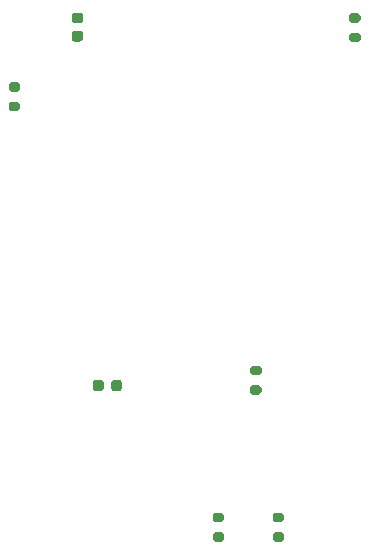
<source format=gbr>
%TF.GenerationSoftware,KiCad,Pcbnew,(5.1.10)-1*%
%TF.CreationDate,2022-12-01T07:09:03-06:00*%
%TF.ProjectId,perovskite_routing_board,7065726f-7673-46b6-9974-655f726f7574,A*%
%TF.SameCoordinates,Original*%
%TF.FileFunction,Paste,Top*%
%TF.FilePolarity,Positive*%
%FSLAX46Y46*%
G04 Gerber Fmt 4.6, Leading zero omitted, Abs format (unit mm)*
G04 Created by KiCad (PCBNEW (5.1.10)-1) date 2022-12-01 07:09:03*
%MOMM*%
%LPD*%
G01*
G04 APERTURE LIST*
G04 APERTURE END LIST*
%TO.C,C2*%
G36*
G01*
X144403000Y-79382500D02*
X144903000Y-79382500D01*
G75*
G02*
X145128000Y-79607500I0J-225000D01*
G01*
X145128000Y-80057500D01*
G75*
G02*
X144903000Y-80282500I-225000J0D01*
G01*
X144403000Y-80282500D01*
G75*
G02*
X144178000Y-80057500I0J225000D01*
G01*
X144178000Y-79607500D01*
G75*
G02*
X144403000Y-79382500I225000J0D01*
G01*
G37*
G36*
G01*
X144403000Y-77832500D02*
X144903000Y-77832500D01*
G75*
G02*
X145128000Y-78057500I0J-225000D01*
G01*
X145128000Y-78507500D01*
G75*
G02*
X144903000Y-78732500I-225000J0D01*
G01*
X144403000Y-78732500D01*
G75*
G02*
X144178000Y-78507500I0J225000D01*
G01*
X144178000Y-78057500D01*
G75*
G02*
X144403000Y-77832500I225000J0D01*
G01*
G37*
%TD*%
%TO.C,C1*%
G36*
G01*
X147518000Y-109660500D02*
X147518000Y-109160500D01*
G75*
G02*
X147743000Y-108935500I225000J0D01*
G01*
X148193000Y-108935500D01*
G75*
G02*
X148418000Y-109160500I0J-225000D01*
G01*
X148418000Y-109660500D01*
G75*
G02*
X148193000Y-109885500I-225000J0D01*
G01*
X147743000Y-109885500D01*
G75*
G02*
X147518000Y-109660500I0J225000D01*
G01*
G37*
G36*
G01*
X145968000Y-109660500D02*
X145968000Y-109160500D01*
G75*
G02*
X146193000Y-108935500I225000J0D01*
G01*
X146643000Y-108935500D01*
G75*
G02*
X146868000Y-109160500I0J-225000D01*
G01*
X146868000Y-109660500D01*
G75*
G02*
X146643000Y-109885500I-225000J0D01*
G01*
X146193000Y-109885500D01*
G75*
G02*
X145968000Y-109660500I0J225000D01*
G01*
G37*
%TD*%
%TO.C,R5*%
G36*
G01*
X160041000Y-108541000D02*
X159491000Y-108541000D01*
G75*
G02*
X159291000Y-108341000I0J200000D01*
G01*
X159291000Y-107941000D01*
G75*
G02*
X159491000Y-107741000I200000J0D01*
G01*
X160041000Y-107741000D01*
G75*
G02*
X160241000Y-107941000I0J-200000D01*
G01*
X160241000Y-108341000D01*
G75*
G02*
X160041000Y-108541000I-200000J0D01*
G01*
G37*
G36*
G01*
X160041000Y-110191000D02*
X159491000Y-110191000D01*
G75*
G02*
X159291000Y-109991000I0J200000D01*
G01*
X159291000Y-109591000D01*
G75*
G02*
X159491000Y-109391000I200000J0D01*
G01*
X160041000Y-109391000D01*
G75*
G02*
X160241000Y-109591000I0J-200000D01*
G01*
X160241000Y-109991000D01*
G75*
G02*
X160041000Y-110191000I-200000J0D01*
G01*
G37*
%TD*%
%TO.C,R4*%
G36*
G01*
X139594000Y-84538000D02*
X139044000Y-84538000D01*
G75*
G02*
X138844000Y-84338000I0J200000D01*
G01*
X138844000Y-83938000D01*
G75*
G02*
X139044000Y-83738000I200000J0D01*
G01*
X139594000Y-83738000D01*
G75*
G02*
X139794000Y-83938000I0J-200000D01*
G01*
X139794000Y-84338000D01*
G75*
G02*
X139594000Y-84538000I-200000J0D01*
G01*
G37*
G36*
G01*
X139594000Y-86188000D02*
X139044000Y-86188000D01*
G75*
G02*
X138844000Y-85988000I0J200000D01*
G01*
X138844000Y-85588000D01*
G75*
G02*
X139044000Y-85388000I200000J0D01*
G01*
X139594000Y-85388000D01*
G75*
G02*
X139794000Y-85588000I0J-200000D01*
G01*
X139794000Y-85988000D01*
G75*
G02*
X139594000Y-86188000I-200000J0D01*
G01*
G37*
%TD*%
%TO.C,R3*%
G36*
G01*
X168423000Y-78696000D02*
X167873000Y-78696000D01*
G75*
G02*
X167673000Y-78496000I0J200000D01*
G01*
X167673000Y-78096000D01*
G75*
G02*
X167873000Y-77896000I200000J0D01*
G01*
X168423000Y-77896000D01*
G75*
G02*
X168623000Y-78096000I0J-200000D01*
G01*
X168623000Y-78496000D01*
G75*
G02*
X168423000Y-78696000I-200000J0D01*
G01*
G37*
G36*
G01*
X168423000Y-80346000D02*
X167873000Y-80346000D01*
G75*
G02*
X167673000Y-80146000I0J200000D01*
G01*
X167673000Y-79746000D01*
G75*
G02*
X167873000Y-79546000I200000J0D01*
G01*
X168423000Y-79546000D01*
G75*
G02*
X168623000Y-79746000I0J-200000D01*
G01*
X168623000Y-80146000D01*
G75*
G02*
X168423000Y-80346000I-200000J0D01*
G01*
G37*
%TD*%
%TO.C,R1*%
G36*
G01*
X161396000Y-120187000D02*
X161946000Y-120187000D01*
G75*
G02*
X162146000Y-120387000I0J-200000D01*
G01*
X162146000Y-120787000D01*
G75*
G02*
X161946000Y-120987000I-200000J0D01*
G01*
X161396000Y-120987000D01*
G75*
G02*
X161196000Y-120787000I0J200000D01*
G01*
X161196000Y-120387000D01*
G75*
G02*
X161396000Y-120187000I200000J0D01*
G01*
G37*
G36*
G01*
X161396000Y-121837000D02*
X161946000Y-121837000D01*
G75*
G02*
X162146000Y-122037000I0J-200000D01*
G01*
X162146000Y-122437000D01*
G75*
G02*
X161946000Y-122637000I-200000J0D01*
G01*
X161396000Y-122637000D01*
G75*
G02*
X161196000Y-122437000I0J200000D01*
G01*
X161196000Y-122037000D01*
G75*
G02*
X161396000Y-121837000I200000J0D01*
G01*
G37*
%TD*%
%TO.C,R2*%
G36*
G01*
X156316000Y-120187000D02*
X156866000Y-120187000D01*
G75*
G02*
X157066000Y-120387000I0J-200000D01*
G01*
X157066000Y-120787000D01*
G75*
G02*
X156866000Y-120987000I-200000J0D01*
G01*
X156316000Y-120987000D01*
G75*
G02*
X156116000Y-120787000I0J200000D01*
G01*
X156116000Y-120387000D01*
G75*
G02*
X156316000Y-120187000I200000J0D01*
G01*
G37*
G36*
G01*
X156316000Y-121837000D02*
X156866000Y-121837000D01*
G75*
G02*
X157066000Y-122037000I0J-200000D01*
G01*
X157066000Y-122437000D01*
G75*
G02*
X156866000Y-122637000I-200000J0D01*
G01*
X156316000Y-122637000D01*
G75*
G02*
X156116000Y-122437000I0J200000D01*
G01*
X156116000Y-122037000D01*
G75*
G02*
X156316000Y-121837000I200000J0D01*
G01*
G37*
%TD*%
M02*

</source>
